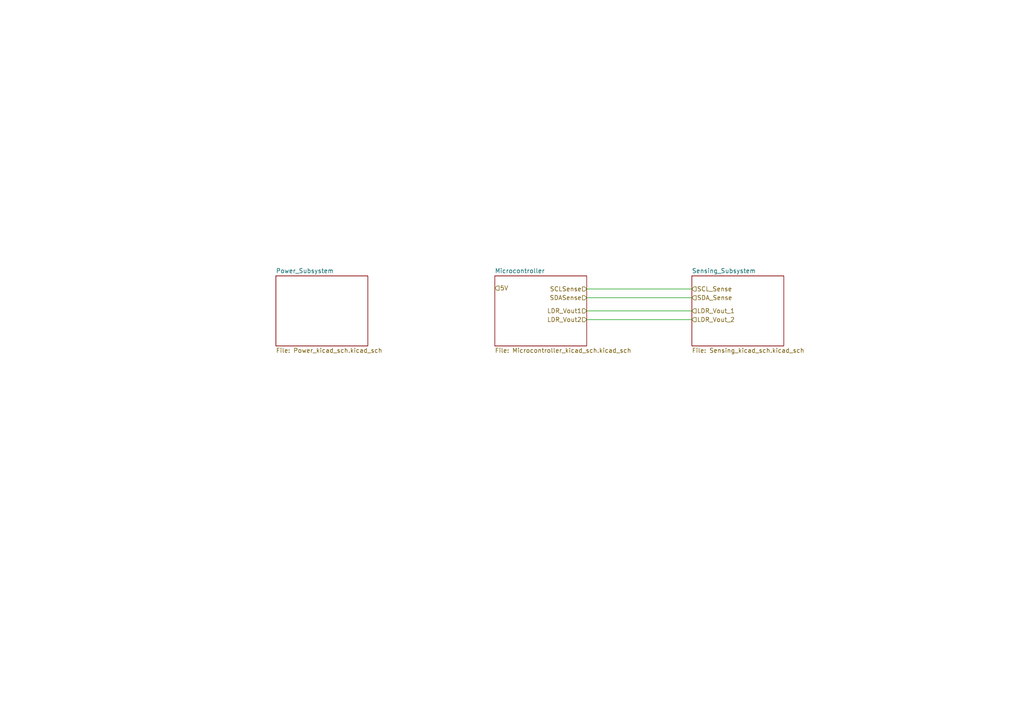
<source format=kicad_sch>
(kicad_sch (version 20230121) (generator eeschema)
  (paper "A4")
  (title_block (company "UCT"))
  (lib_symbols)
  (wire (pts (xy 170.18 92.71) (xy 200.66 92.71)))
  (wire (pts (xy 170.18 86.36) (xy 200.66 86.36)))
  (wire (pts (xy 170.18 83.82) (xy 200.66 83.82)))
  (wire (pts (xy 170.18 90.17) (xy 200.66 90.17)))
  (hierarchical_label "LDR_Vout_1" (shape input) (at 200.66 90.17 0))
  (hierarchical_label "SCLSense" (shape input) (at 170.18 83.82 180))
  (hierarchical_label "LDR_Vout2" (shape input) (at 170.18 92.71 180))
  (hierarchical_label "5V" (shape input) (at 143.51 83.566 0))
  (hierarchical_label "LDR_Vout_2" (shape input) (at 200.66 92.71 0))
  (hierarchical_label "LDR_Vout1" (shape input) (at 170.18 90.17 180))
  (hierarchical_label "SDA_Sense" (shape input) (at 200.66 86.36 0))
  (hierarchical_label "SDASense" (shape input) (at 170.18 86.36 180))
  (hierarchical_label "SCL_Sense" (shape input) (at 200.66 83.82 0))
  (sheet (at 80.01 80.01) (size 26.67 20.32) (stroke (width 0.1524))
    (property "Sheetname" "Power_Subsystem" (at 80.01 79.2984 0) (effects (justify left bottom)))
    (property "Sheetfile" "Power_kicad_sch.kicad_sch" (at 80.01 100.9146 0) (effects (justify left top)))
  )
  (sheet (at 143.51 80.01) (size 26.67 20.32) (stroke (width 0.1524))
    (property "Sheetname" "Microcontroller" (at 143.51 79.2984 0) (effects (justify left bottom)))
    (property "Sheetfile" "Microcontroller_kicad_sch.kicad_sch" (at 143.51 100.9146 0) (effects (justify left top)))
  )
  (sheet (at 200.66 80.01) (size 26.67 20.32) (stroke (width 0.1524))
    (property "Sheetname" "Sensing_Subsystem" (at 200.66 79.2984 0) (effects (justify left bottom)))
    (property "Sheetfile" "Sensing_kicad_sch.kicad_sch" (at 200.66 100.9146 0) (effects (justify left top)))
  )
)
</source>
